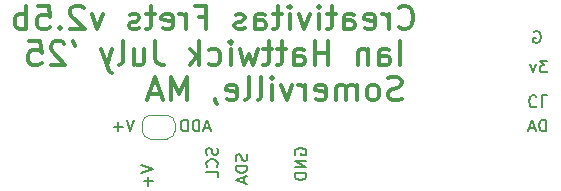
<source format=gbo>
G04 #@! TF.GenerationSoftware,KiCad,Pcbnew,8.0.7*
G04 #@! TF.CreationDate,2025-07-25T20:47:48-04:00*
G04 #@! TF.ProjectId,ESP32_MIDI_Summer25_FRETS_v2_5.kicad_pcb,45535033-325f-44d4-9944-495f53756d6d,rev?*
G04 #@! TF.SameCoordinates,Original*
G04 #@! TF.FileFunction,Legend,Bot*
G04 #@! TF.FilePolarity,Positive*
%FSLAX46Y46*%
G04 Gerber Fmt 4.6, Leading zero omitted, Abs format (unit mm)*
G04 Created by KiCad (PCBNEW 8.0.7) date 2025-07-25 20:47:48*
%MOMM*%
%LPD*%
G01*
G04 APERTURE LIST*
G04 Aperture macros list*
%AMFreePoly0*
4,1,19,0.500000,-0.750000,0.000000,-0.750000,0.000000,-0.744911,-0.071157,-0.744911,-0.207708,-0.704816,-0.327430,-0.627875,-0.420627,-0.520320,-0.479746,-0.390866,-0.500000,-0.250000,-0.500000,0.250000,-0.479746,0.390866,-0.420627,0.520320,-0.327430,0.627875,-0.207708,0.704816,-0.071157,0.744911,0.000000,0.744911,0.000000,0.750000,0.500000,0.750000,0.500000,-0.750000,0.500000,-0.750000,
$1*%
%AMFreePoly1*
4,1,19,0.000000,0.744911,0.071157,0.744911,0.207708,0.704816,0.327430,0.627875,0.420627,0.520320,0.479746,0.390866,0.500000,0.250000,0.500000,-0.250000,0.479746,-0.390866,0.420627,-0.520320,0.327430,-0.627875,0.207708,-0.704816,0.071157,-0.744911,0.000000,-0.744911,0.000000,-0.750000,-0.500000,-0.750000,-0.500000,0.750000,0.000000,0.750000,0.000000,0.744911,0.000000,0.744911,
$1*%
G04 Aperture macros list end*
%ADD10C,0.150000*%
%ADD11C,0.300000*%
%ADD12C,0.120000*%
%ADD13C,11.000000*%
%ADD14C,6.800000*%
%ADD15C,3.200000*%
%ADD16R,1.700000X1.700000*%
%ADD17O,1.700000X1.700000*%
%ADD18C,1.700000*%
%ADD19FreePoly0,0.000000*%
%ADD20FreePoly1,0.000000*%
%ADD21C,4.300000*%
G04 APERTURE END LIST*
D10*
X249306077Y-52369819D02*
X248972744Y-53369819D01*
X248972744Y-53369819D02*
X248639411Y-52369819D01*
X248306077Y-52988866D02*
X247544173Y-52988866D01*
X247925125Y-53369819D02*
X247925125Y-52607914D01*
X255710839Y-53084104D02*
X255234649Y-53084104D01*
X255806077Y-53369819D02*
X255472744Y-52369819D01*
X255472744Y-52369819D02*
X255139411Y-53369819D01*
X254806077Y-53369819D02*
X254806077Y-52369819D01*
X254806077Y-52369819D02*
X254567982Y-52369819D01*
X254567982Y-52369819D02*
X254425125Y-52417438D01*
X254425125Y-52417438D02*
X254329887Y-52512676D01*
X254329887Y-52512676D02*
X254282268Y-52607914D01*
X254282268Y-52607914D02*
X254234649Y-52798390D01*
X254234649Y-52798390D02*
X254234649Y-52941247D01*
X254234649Y-52941247D02*
X254282268Y-53131723D01*
X254282268Y-53131723D02*
X254329887Y-53226961D01*
X254329887Y-53226961D02*
X254425125Y-53322200D01*
X254425125Y-53322200D02*
X254567982Y-53369819D01*
X254567982Y-53369819D02*
X254806077Y-53369819D01*
X253806077Y-53369819D02*
X253806077Y-52369819D01*
X253806077Y-52369819D02*
X253567982Y-52369819D01*
X253567982Y-52369819D02*
X253425125Y-52417438D01*
X253425125Y-52417438D02*
X253329887Y-52512676D01*
X253329887Y-52512676D02*
X253282268Y-52607914D01*
X253282268Y-52607914D02*
X253234649Y-52798390D01*
X253234649Y-52798390D02*
X253234649Y-52941247D01*
X253234649Y-52941247D02*
X253282268Y-53131723D01*
X253282268Y-53131723D02*
X253329887Y-53226961D01*
X253329887Y-53226961D02*
X253425125Y-53322200D01*
X253425125Y-53322200D02*
X253567982Y-53369819D01*
X253567982Y-53369819D02*
X253806077Y-53369819D01*
X249869819Y-56193922D02*
X250869819Y-56527255D01*
X250869819Y-56527255D02*
X249869819Y-56860588D01*
X250488866Y-57193922D02*
X250488866Y-57955827D01*
X250869819Y-57574874D02*
X250107914Y-57574874D01*
X258822200Y-55289160D02*
X258869819Y-55432017D01*
X258869819Y-55432017D02*
X258869819Y-55670112D01*
X258869819Y-55670112D02*
X258822200Y-55765350D01*
X258822200Y-55765350D02*
X258774580Y-55812969D01*
X258774580Y-55812969D02*
X258679342Y-55860588D01*
X258679342Y-55860588D02*
X258584104Y-55860588D01*
X258584104Y-55860588D02*
X258488866Y-55812969D01*
X258488866Y-55812969D02*
X258441247Y-55765350D01*
X258441247Y-55765350D02*
X258393628Y-55670112D01*
X258393628Y-55670112D02*
X258346009Y-55479636D01*
X258346009Y-55479636D02*
X258298390Y-55384398D01*
X258298390Y-55384398D02*
X258250771Y-55336779D01*
X258250771Y-55336779D02*
X258155533Y-55289160D01*
X258155533Y-55289160D02*
X258060295Y-55289160D01*
X258060295Y-55289160D02*
X257965057Y-55336779D01*
X257965057Y-55336779D02*
X257917438Y-55384398D01*
X257917438Y-55384398D02*
X257869819Y-55479636D01*
X257869819Y-55479636D02*
X257869819Y-55717731D01*
X257869819Y-55717731D02*
X257917438Y-55860588D01*
X258869819Y-56289160D02*
X257869819Y-56289160D01*
X257869819Y-56289160D02*
X257869819Y-56527255D01*
X257869819Y-56527255D02*
X257917438Y-56670112D01*
X257917438Y-56670112D02*
X258012676Y-56765350D01*
X258012676Y-56765350D02*
X258107914Y-56812969D01*
X258107914Y-56812969D02*
X258298390Y-56860588D01*
X258298390Y-56860588D02*
X258441247Y-56860588D01*
X258441247Y-56860588D02*
X258631723Y-56812969D01*
X258631723Y-56812969D02*
X258726961Y-56765350D01*
X258726961Y-56765350D02*
X258822200Y-56670112D01*
X258822200Y-56670112D02*
X258869819Y-56527255D01*
X258869819Y-56527255D02*
X258869819Y-56289160D01*
X258584104Y-57241541D02*
X258584104Y-57717731D01*
X258869819Y-57146303D02*
X257869819Y-57479636D01*
X257869819Y-57479636D02*
X258869819Y-57812969D01*
X256322200Y-54789160D02*
X256369819Y-54932017D01*
X256369819Y-54932017D02*
X256369819Y-55170112D01*
X256369819Y-55170112D02*
X256322200Y-55265350D01*
X256322200Y-55265350D02*
X256274580Y-55312969D01*
X256274580Y-55312969D02*
X256179342Y-55360588D01*
X256179342Y-55360588D02*
X256084104Y-55360588D01*
X256084104Y-55360588D02*
X255988866Y-55312969D01*
X255988866Y-55312969D02*
X255941247Y-55265350D01*
X255941247Y-55265350D02*
X255893628Y-55170112D01*
X255893628Y-55170112D02*
X255846009Y-54979636D01*
X255846009Y-54979636D02*
X255798390Y-54884398D01*
X255798390Y-54884398D02*
X255750771Y-54836779D01*
X255750771Y-54836779D02*
X255655533Y-54789160D01*
X255655533Y-54789160D02*
X255560295Y-54789160D01*
X255560295Y-54789160D02*
X255465057Y-54836779D01*
X255465057Y-54836779D02*
X255417438Y-54884398D01*
X255417438Y-54884398D02*
X255369819Y-54979636D01*
X255369819Y-54979636D02*
X255369819Y-55217731D01*
X255369819Y-55217731D02*
X255417438Y-55360588D01*
X256274580Y-56360588D02*
X256322200Y-56312969D01*
X256322200Y-56312969D02*
X256369819Y-56170112D01*
X256369819Y-56170112D02*
X256369819Y-56074874D01*
X256369819Y-56074874D02*
X256322200Y-55932017D01*
X256322200Y-55932017D02*
X256226961Y-55836779D01*
X256226961Y-55836779D02*
X256131723Y-55789160D01*
X256131723Y-55789160D02*
X255941247Y-55741541D01*
X255941247Y-55741541D02*
X255798390Y-55741541D01*
X255798390Y-55741541D02*
X255607914Y-55789160D01*
X255607914Y-55789160D02*
X255512676Y-55836779D01*
X255512676Y-55836779D02*
X255417438Y-55932017D01*
X255417438Y-55932017D02*
X255369819Y-56074874D01*
X255369819Y-56074874D02*
X255369819Y-56170112D01*
X255369819Y-56170112D02*
X255417438Y-56312969D01*
X255417438Y-56312969D02*
X255465057Y-56360588D01*
X256369819Y-57265350D02*
X256369819Y-56789160D01*
X256369819Y-56789160D02*
X255369819Y-56789160D01*
X284258458Y-47369819D02*
X283639411Y-47369819D01*
X283639411Y-47369819D02*
X283972744Y-47750771D01*
X283972744Y-47750771D02*
X283829887Y-47750771D01*
X283829887Y-47750771D02*
X283734649Y-47798390D01*
X283734649Y-47798390D02*
X283687030Y-47846009D01*
X283687030Y-47846009D02*
X283639411Y-47941247D01*
X283639411Y-47941247D02*
X283639411Y-48179342D01*
X283639411Y-48179342D02*
X283687030Y-48274580D01*
X283687030Y-48274580D02*
X283734649Y-48322200D01*
X283734649Y-48322200D02*
X283829887Y-48369819D01*
X283829887Y-48369819D02*
X284115601Y-48369819D01*
X284115601Y-48369819D02*
X284210839Y-48322200D01*
X284210839Y-48322200D02*
X284258458Y-48274580D01*
X283306077Y-47703152D02*
X283067982Y-48369819D01*
X283067982Y-48369819D02*
X282829887Y-47703152D01*
D11*
X271826441Y-47739638D02*
X271826441Y-45739638D01*
X270016917Y-47739638D02*
X270016917Y-46692019D01*
X270016917Y-46692019D02*
X270112155Y-46501542D01*
X270112155Y-46501542D02*
X270302631Y-46406304D01*
X270302631Y-46406304D02*
X270683584Y-46406304D01*
X270683584Y-46406304D02*
X270874060Y-46501542D01*
X270016917Y-47644400D02*
X270207393Y-47739638D01*
X270207393Y-47739638D02*
X270683584Y-47739638D01*
X270683584Y-47739638D02*
X270874060Y-47644400D01*
X270874060Y-47644400D02*
X270969298Y-47453923D01*
X270969298Y-47453923D02*
X270969298Y-47263447D01*
X270969298Y-47263447D02*
X270874060Y-47072971D01*
X270874060Y-47072971D02*
X270683584Y-46977733D01*
X270683584Y-46977733D02*
X270207393Y-46977733D01*
X270207393Y-46977733D02*
X270016917Y-46882495D01*
X269064536Y-46406304D02*
X269064536Y-47739638D01*
X269064536Y-46596780D02*
X268969298Y-46501542D01*
X268969298Y-46501542D02*
X268778822Y-46406304D01*
X268778822Y-46406304D02*
X268493107Y-46406304D01*
X268493107Y-46406304D02*
X268302631Y-46501542D01*
X268302631Y-46501542D02*
X268207393Y-46692019D01*
X268207393Y-46692019D02*
X268207393Y-47739638D01*
X265731202Y-47739638D02*
X265731202Y-45739638D01*
X265731202Y-46692019D02*
X264588345Y-46692019D01*
X264588345Y-47739638D02*
X264588345Y-45739638D01*
X262778821Y-47739638D02*
X262778821Y-46692019D01*
X262778821Y-46692019D02*
X262874059Y-46501542D01*
X262874059Y-46501542D02*
X263064535Y-46406304D01*
X263064535Y-46406304D02*
X263445488Y-46406304D01*
X263445488Y-46406304D02*
X263635964Y-46501542D01*
X262778821Y-47644400D02*
X262969297Y-47739638D01*
X262969297Y-47739638D02*
X263445488Y-47739638D01*
X263445488Y-47739638D02*
X263635964Y-47644400D01*
X263635964Y-47644400D02*
X263731202Y-47453923D01*
X263731202Y-47453923D02*
X263731202Y-47263447D01*
X263731202Y-47263447D02*
X263635964Y-47072971D01*
X263635964Y-47072971D02*
X263445488Y-46977733D01*
X263445488Y-46977733D02*
X262969297Y-46977733D01*
X262969297Y-46977733D02*
X262778821Y-46882495D01*
X262112154Y-46406304D02*
X261350250Y-46406304D01*
X261826440Y-45739638D02*
X261826440Y-47453923D01*
X261826440Y-47453923D02*
X261731202Y-47644400D01*
X261731202Y-47644400D02*
X261540726Y-47739638D01*
X261540726Y-47739638D02*
X261350250Y-47739638D01*
X260969297Y-46406304D02*
X260207393Y-46406304D01*
X260683583Y-45739638D02*
X260683583Y-47453923D01*
X260683583Y-47453923D02*
X260588345Y-47644400D01*
X260588345Y-47644400D02*
X260397869Y-47739638D01*
X260397869Y-47739638D02*
X260207393Y-47739638D01*
X259731202Y-46406304D02*
X259350250Y-47739638D01*
X259350250Y-47739638D02*
X258969297Y-46787257D01*
X258969297Y-46787257D02*
X258588345Y-47739638D01*
X258588345Y-47739638D02*
X258207393Y-46406304D01*
X257445488Y-47739638D02*
X257445488Y-46406304D01*
X257445488Y-45739638D02*
X257540726Y-45834876D01*
X257540726Y-45834876D02*
X257445488Y-45930114D01*
X257445488Y-45930114D02*
X257350250Y-45834876D01*
X257350250Y-45834876D02*
X257445488Y-45739638D01*
X257445488Y-45739638D02*
X257445488Y-45930114D01*
X255635964Y-47644400D02*
X255826440Y-47739638D01*
X255826440Y-47739638D02*
X256207393Y-47739638D01*
X256207393Y-47739638D02*
X256397869Y-47644400D01*
X256397869Y-47644400D02*
X256493107Y-47549161D01*
X256493107Y-47549161D02*
X256588345Y-47358685D01*
X256588345Y-47358685D02*
X256588345Y-46787257D01*
X256588345Y-46787257D02*
X256493107Y-46596780D01*
X256493107Y-46596780D02*
X256397869Y-46501542D01*
X256397869Y-46501542D02*
X256207393Y-46406304D01*
X256207393Y-46406304D02*
X255826440Y-46406304D01*
X255826440Y-46406304D02*
X255635964Y-46501542D01*
X254778821Y-47739638D02*
X254778821Y-45739638D01*
X254588345Y-46977733D02*
X254016916Y-47739638D01*
X254016916Y-46406304D02*
X254778821Y-47168209D01*
X251064534Y-45739638D02*
X251064534Y-47168209D01*
X251064534Y-47168209D02*
X251159773Y-47453923D01*
X251159773Y-47453923D02*
X251350249Y-47644400D01*
X251350249Y-47644400D02*
X251635963Y-47739638D01*
X251635963Y-47739638D02*
X251826439Y-47739638D01*
X249255010Y-46406304D02*
X249255010Y-47739638D01*
X250112153Y-46406304D02*
X250112153Y-47453923D01*
X250112153Y-47453923D02*
X250016915Y-47644400D01*
X250016915Y-47644400D02*
X249826439Y-47739638D01*
X249826439Y-47739638D02*
X249540724Y-47739638D01*
X249540724Y-47739638D02*
X249350248Y-47644400D01*
X249350248Y-47644400D02*
X249255010Y-47549161D01*
X248016915Y-47739638D02*
X248207391Y-47644400D01*
X248207391Y-47644400D02*
X248302629Y-47453923D01*
X248302629Y-47453923D02*
X248302629Y-45739638D01*
X247445486Y-46406304D02*
X246969296Y-47739638D01*
X246493105Y-46406304D02*
X246969296Y-47739638D01*
X246969296Y-47739638D02*
X247159772Y-48215828D01*
X247159772Y-48215828D02*
X247255010Y-48311066D01*
X247255010Y-48311066D02*
X247445486Y-48406304D01*
X244112152Y-45739638D02*
X244302628Y-46120590D01*
X243350247Y-45930114D02*
X243255009Y-45834876D01*
X243255009Y-45834876D02*
X243064533Y-45739638D01*
X243064533Y-45739638D02*
X242588342Y-45739638D01*
X242588342Y-45739638D02*
X242397866Y-45834876D01*
X242397866Y-45834876D02*
X242302628Y-45930114D01*
X242302628Y-45930114D02*
X242207390Y-46120590D01*
X242207390Y-46120590D02*
X242207390Y-46311066D01*
X242207390Y-46311066D02*
X242302628Y-46596780D01*
X242302628Y-46596780D02*
X243445485Y-47739638D01*
X243445485Y-47739638D02*
X242207390Y-47739638D01*
X240397866Y-45739638D02*
X241350247Y-45739638D01*
X241350247Y-45739638D02*
X241445485Y-46692019D01*
X241445485Y-46692019D02*
X241350247Y-46596780D01*
X241350247Y-46596780D02*
X241159771Y-46501542D01*
X241159771Y-46501542D02*
X240683580Y-46501542D01*
X240683580Y-46501542D02*
X240493104Y-46596780D01*
X240493104Y-46596780D02*
X240397866Y-46692019D01*
X240397866Y-46692019D02*
X240302628Y-46882495D01*
X240302628Y-46882495D02*
X240302628Y-47358685D01*
X240302628Y-47358685D02*
X240397866Y-47549161D01*
X240397866Y-47549161D02*
X240493104Y-47644400D01*
X240493104Y-47644400D02*
X240683580Y-47739638D01*
X240683580Y-47739638D02*
X241159771Y-47739638D01*
X241159771Y-47739638D02*
X241350247Y-47644400D01*
X241350247Y-47644400D02*
X241445485Y-47549161D01*
X271921679Y-50644400D02*
X271635965Y-50739638D01*
X271635965Y-50739638D02*
X271159774Y-50739638D01*
X271159774Y-50739638D02*
X270969298Y-50644400D01*
X270969298Y-50644400D02*
X270874060Y-50549161D01*
X270874060Y-50549161D02*
X270778822Y-50358685D01*
X270778822Y-50358685D02*
X270778822Y-50168209D01*
X270778822Y-50168209D02*
X270874060Y-49977733D01*
X270874060Y-49977733D02*
X270969298Y-49882495D01*
X270969298Y-49882495D02*
X271159774Y-49787257D01*
X271159774Y-49787257D02*
X271540727Y-49692019D01*
X271540727Y-49692019D02*
X271731203Y-49596780D01*
X271731203Y-49596780D02*
X271826441Y-49501542D01*
X271826441Y-49501542D02*
X271921679Y-49311066D01*
X271921679Y-49311066D02*
X271921679Y-49120590D01*
X271921679Y-49120590D02*
X271826441Y-48930114D01*
X271826441Y-48930114D02*
X271731203Y-48834876D01*
X271731203Y-48834876D02*
X271540727Y-48739638D01*
X271540727Y-48739638D02*
X271064536Y-48739638D01*
X271064536Y-48739638D02*
X270778822Y-48834876D01*
X269635965Y-50739638D02*
X269826441Y-50644400D01*
X269826441Y-50644400D02*
X269921679Y-50549161D01*
X269921679Y-50549161D02*
X270016917Y-50358685D01*
X270016917Y-50358685D02*
X270016917Y-49787257D01*
X270016917Y-49787257D02*
X269921679Y-49596780D01*
X269921679Y-49596780D02*
X269826441Y-49501542D01*
X269826441Y-49501542D02*
X269635965Y-49406304D01*
X269635965Y-49406304D02*
X269350250Y-49406304D01*
X269350250Y-49406304D02*
X269159774Y-49501542D01*
X269159774Y-49501542D02*
X269064536Y-49596780D01*
X269064536Y-49596780D02*
X268969298Y-49787257D01*
X268969298Y-49787257D02*
X268969298Y-50358685D01*
X268969298Y-50358685D02*
X269064536Y-50549161D01*
X269064536Y-50549161D02*
X269159774Y-50644400D01*
X269159774Y-50644400D02*
X269350250Y-50739638D01*
X269350250Y-50739638D02*
X269635965Y-50739638D01*
X268112155Y-50739638D02*
X268112155Y-49406304D01*
X268112155Y-49596780D02*
X268016917Y-49501542D01*
X268016917Y-49501542D02*
X267826441Y-49406304D01*
X267826441Y-49406304D02*
X267540726Y-49406304D01*
X267540726Y-49406304D02*
X267350250Y-49501542D01*
X267350250Y-49501542D02*
X267255012Y-49692019D01*
X267255012Y-49692019D02*
X267255012Y-50739638D01*
X267255012Y-49692019D02*
X267159774Y-49501542D01*
X267159774Y-49501542D02*
X266969298Y-49406304D01*
X266969298Y-49406304D02*
X266683584Y-49406304D01*
X266683584Y-49406304D02*
X266493107Y-49501542D01*
X266493107Y-49501542D02*
X266397869Y-49692019D01*
X266397869Y-49692019D02*
X266397869Y-50739638D01*
X264683583Y-50644400D02*
X264874059Y-50739638D01*
X264874059Y-50739638D02*
X265255012Y-50739638D01*
X265255012Y-50739638D02*
X265445488Y-50644400D01*
X265445488Y-50644400D02*
X265540726Y-50453923D01*
X265540726Y-50453923D02*
X265540726Y-49692019D01*
X265540726Y-49692019D02*
X265445488Y-49501542D01*
X265445488Y-49501542D02*
X265255012Y-49406304D01*
X265255012Y-49406304D02*
X264874059Y-49406304D01*
X264874059Y-49406304D02*
X264683583Y-49501542D01*
X264683583Y-49501542D02*
X264588345Y-49692019D01*
X264588345Y-49692019D02*
X264588345Y-49882495D01*
X264588345Y-49882495D02*
X265540726Y-50072971D01*
X263731202Y-50739638D02*
X263731202Y-49406304D01*
X263731202Y-49787257D02*
X263635964Y-49596780D01*
X263635964Y-49596780D02*
X263540726Y-49501542D01*
X263540726Y-49501542D02*
X263350250Y-49406304D01*
X263350250Y-49406304D02*
X263159773Y-49406304D01*
X262683583Y-49406304D02*
X262207393Y-50739638D01*
X262207393Y-50739638D02*
X261731202Y-49406304D01*
X260969297Y-50739638D02*
X260969297Y-49406304D01*
X260969297Y-48739638D02*
X261064535Y-48834876D01*
X261064535Y-48834876D02*
X260969297Y-48930114D01*
X260969297Y-48930114D02*
X260874059Y-48834876D01*
X260874059Y-48834876D02*
X260969297Y-48739638D01*
X260969297Y-48739638D02*
X260969297Y-48930114D01*
X259731202Y-50739638D02*
X259921678Y-50644400D01*
X259921678Y-50644400D02*
X260016916Y-50453923D01*
X260016916Y-50453923D02*
X260016916Y-48739638D01*
X258683583Y-50739638D02*
X258874059Y-50644400D01*
X258874059Y-50644400D02*
X258969297Y-50453923D01*
X258969297Y-50453923D02*
X258969297Y-48739638D01*
X257159773Y-50644400D02*
X257350249Y-50739638D01*
X257350249Y-50739638D02*
X257731202Y-50739638D01*
X257731202Y-50739638D02*
X257921678Y-50644400D01*
X257921678Y-50644400D02*
X258016916Y-50453923D01*
X258016916Y-50453923D02*
X258016916Y-49692019D01*
X258016916Y-49692019D02*
X257921678Y-49501542D01*
X257921678Y-49501542D02*
X257731202Y-49406304D01*
X257731202Y-49406304D02*
X257350249Y-49406304D01*
X257350249Y-49406304D02*
X257159773Y-49501542D01*
X257159773Y-49501542D02*
X257064535Y-49692019D01*
X257064535Y-49692019D02*
X257064535Y-49882495D01*
X257064535Y-49882495D02*
X258016916Y-50072971D01*
X256112154Y-50644400D02*
X256112154Y-50739638D01*
X256112154Y-50739638D02*
X256207392Y-50930114D01*
X256207392Y-50930114D02*
X256302630Y-51025352D01*
X253731201Y-50739638D02*
X253731201Y-48739638D01*
X253731201Y-48739638D02*
X253064534Y-50168209D01*
X253064534Y-50168209D02*
X252397868Y-48739638D01*
X252397868Y-48739638D02*
X252397868Y-50739638D01*
X251540725Y-50168209D02*
X250588344Y-50168209D01*
X251731201Y-50739638D02*
X251064535Y-48739638D01*
X251064535Y-48739638D02*
X250397868Y-50739638D01*
D10*
X283139411Y-44917438D02*
X283234649Y-44869819D01*
X283234649Y-44869819D02*
X283377506Y-44869819D01*
X283377506Y-44869819D02*
X283520363Y-44917438D01*
X283520363Y-44917438D02*
X283615601Y-45012676D01*
X283615601Y-45012676D02*
X283663220Y-45107914D01*
X283663220Y-45107914D02*
X283710839Y-45298390D01*
X283710839Y-45298390D02*
X283710839Y-45441247D01*
X283710839Y-45441247D02*
X283663220Y-45631723D01*
X283663220Y-45631723D02*
X283615601Y-45726961D01*
X283615601Y-45726961D02*
X283520363Y-45822200D01*
X283520363Y-45822200D02*
X283377506Y-45869819D01*
X283377506Y-45869819D02*
X283282268Y-45869819D01*
X283282268Y-45869819D02*
X283139411Y-45822200D01*
X283139411Y-45822200D02*
X283091792Y-45774580D01*
X283091792Y-45774580D02*
X283091792Y-45441247D01*
X283091792Y-45441247D02*
X283282268Y-45441247D01*
X262917438Y-55360588D02*
X262869819Y-55265350D01*
X262869819Y-55265350D02*
X262869819Y-55122493D01*
X262869819Y-55122493D02*
X262917438Y-54979636D01*
X262917438Y-54979636D02*
X263012676Y-54884398D01*
X263012676Y-54884398D02*
X263107914Y-54836779D01*
X263107914Y-54836779D02*
X263298390Y-54789160D01*
X263298390Y-54789160D02*
X263441247Y-54789160D01*
X263441247Y-54789160D02*
X263631723Y-54836779D01*
X263631723Y-54836779D02*
X263726961Y-54884398D01*
X263726961Y-54884398D02*
X263822200Y-54979636D01*
X263822200Y-54979636D02*
X263869819Y-55122493D01*
X263869819Y-55122493D02*
X263869819Y-55217731D01*
X263869819Y-55217731D02*
X263822200Y-55360588D01*
X263822200Y-55360588D02*
X263774580Y-55408207D01*
X263774580Y-55408207D02*
X263441247Y-55408207D01*
X263441247Y-55408207D02*
X263441247Y-55217731D01*
X263869819Y-55836779D02*
X262869819Y-55836779D01*
X262869819Y-55836779D02*
X263869819Y-56408207D01*
X263869819Y-56408207D02*
X262869819Y-56408207D01*
X263869819Y-56884398D02*
X262869819Y-56884398D01*
X262869819Y-56884398D02*
X262869819Y-57122493D01*
X262869819Y-57122493D02*
X262917438Y-57265350D01*
X262917438Y-57265350D02*
X263012676Y-57360588D01*
X263012676Y-57360588D02*
X263107914Y-57408207D01*
X263107914Y-57408207D02*
X263298390Y-57455826D01*
X263298390Y-57455826D02*
X263441247Y-57455826D01*
X263441247Y-57455826D02*
X263631723Y-57408207D01*
X263631723Y-57408207D02*
X263726961Y-57360588D01*
X263726961Y-57360588D02*
X263822200Y-57265350D01*
X263822200Y-57265350D02*
X263869819Y-57122493D01*
X263869819Y-57122493D02*
X263869819Y-56884398D01*
D11*
X271683584Y-44549161D02*
X271778822Y-44644400D01*
X271778822Y-44644400D02*
X272064536Y-44739638D01*
X272064536Y-44739638D02*
X272255012Y-44739638D01*
X272255012Y-44739638D02*
X272540727Y-44644400D01*
X272540727Y-44644400D02*
X272731203Y-44453923D01*
X272731203Y-44453923D02*
X272826441Y-44263447D01*
X272826441Y-44263447D02*
X272921679Y-43882495D01*
X272921679Y-43882495D02*
X272921679Y-43596780D01*
X272921679Y-43596780D02*
X272826441Y-43215828D01*
X272826441Y-43215828D02*
X272731203Y-43025352D01*
X272731203Y-43025352D02*
X272540727Y-42834876D01*
X272540727Y-42834876D02*
X272255012Y-42739638D01*
X272255012Y-42739638D02*
X272064536Y-42739638D01*
X272064536Y-42739638D02*
X271778822Y-42834876D01*
X271778822Y-42834876D02*
X271683584Y-42930114D01*
X270826441Y-44739638D02*
X270826441Y-43406304D01*
X270826441Y-43787257D02*
X270731203Y-43596780D01*
X270731203Y-43596780D02*
X270635965Y-43501542D01*
X270635965Y-43501542D02*
X270445489Y-43406304D01*
X270445489Y-43406304D02*
X270255012Y-43406304D01*
X268826441Y-44644400D02*
X269016917Y-44739638D01*
X269016917Y-44739638D02*
X269397870Y-44739638D01*
X269397870Y-44739638D02*
X269588346Y-44644400D01*
X269588346Y-44644400D02*
X269683584Y-44453923D01*
X269683584Y-44453923D02*
X269683584Y-43692019D01*
X269683584Y-43692019D02*
X269588346Y-43501542D01*
X269588346Y-43501542D02*
X269397870Y-43406304D01*
X269397870Y-43406304D02*
X269016917Y-43406304D01*
X269016917Y-43406304D02*
X268826441Y-43501542D01*
X268826441Y-43501542D02*
X268731203Y-43692019D01*
X268731203Y-43692019D02*
X268731203Y-43882495D01*
X268731203Y-43882495D02*
X269683584Y-44072971D01*
X267016917Y-44739638D02*
X267016917Y-43692019D01*
X267016917Y-43692019D02*
X267112155Y-43501542D01*
X267112155Y-43501542D02*
X267302631Y-43406304D01*
X267302631Y-43406304D02*
X267683584Y-43406304D01*
X267683584Y-43406304D02*
X267874060Y-43501542D01*
X267016917Y-44644400D02*
X267207393Y-44739638D01*
X267207393Y-44739638D02*
X267683584Y-44739638D01*
X267683584Y-44739638D02*
X267874060Y-44644400D01*
X267874060Y-44644400D02*
X267969298Y-44453923D01*
X267969298Y-44453923D02*
X267969298Y-44263447D01*
X267969298Y-44263447D02*
X267874060Y-44072971D01*
X267874060Y-44072971D02*
X267683584Y-43977733D01*
X267683584Y-43977733D02*
X267207393Y-43977733D01*
X267207393Y-43977733D02*
X267016917Y-43882495D01*
X266350250Y-43406304D02*
X265588346Y-43406304D01*
X266064536Y-42739638D02*
X266064536Y-44453923D01*
X266064536Y-44453923D02*
X265969298Y-44644400D01*
X265969298Y-44644400D02*
X265778822Y-44739638D01*
X265778822Y-44739638D02*
X265588346Y-44739638D01*
X264921679Y-44739638D02*
X264921679Y-43406304D01*
X264921679Y-42739638D02*
X265016917Y-42834876D01*
X265016917Y-42834876D02*
X264921679Y-42930114D01*
X264921679Y-42930114D02*
X264826441Y-42834876D01*
X264826441Y-42834876D02*
X264921679Y-42739638D01*
X264921679Y-42739638D02*
X264921679Y-42930114D01*
X264159774Y-43406304D02*
X263683584Y-44739638D01*
X263683584Y-44739638D02*
X263207393Y-43406304D01*
X262445488Y-44739638D02*
X262445488Y-43406304D01*
X262445488Y-42739638D02*
X262540726Y-42834876D01*
X262540726Y-42834876D02*
X262445488Y-42930114D01*
X262445488Y-42930114D02*
X262350250Y-42834876D01*
X262350250Y-42834876D02*
X262445488Y-42739638D01*
X262445488Y-42739638D02*
X262445488Y-42930114D01*
X261778821Y-43406304D02*
X261016917Y-43406304D01*
X261493107Y-42739638D02*
X261493107Y-44453923D01*
X261493107Y-44453923D02*
X261397869Y-44644400D01*
X261397869Y-44644400D02*
X261207393Y-44739638D01*
X261207393Y-44739638D02*
X261016917Y-44739638D01*
X259493107Y-44739638D02*
X259493107Y-43692019D01*
X259493107Y-43692019D02*
X259588345Y-43501542D01*
X259588345Y-43501542D02*
X259778821Y-43406304D01*
X259778821Y-43406304D02*
X260159774Y-43406304D01*
X260159774Y-43406304D02*
X260350250Y-43501542D01*
X259493107Y-44644400D02*
X259683583Y-44739638D01*
X259683583Y-44739638D02*
X260159774Y-44739638D01*
X260159774Y-44739638D02*
X260350250Y-44644400D01*
X260350250Y-44644400D02*
X260445488Y-44453923D01*
X260445488Y-44453923D02*
X260445488Y-44263447D01*
X260445488Y-44263447D02*
X260350250Y-44072971D01*
X260350250Y-44072971D02*
X260159774Y-43977733D01*
X260159774Y-43977733D02*
X259683583Y-43977733D01*
X259683583Y-43977733D02*
X259493107Y-43882495D01*
X258635964Y-44644400D02*
X258445488Y-44739638D01*
X258445488Y-44739638D02*
X258064536Y-44739638D01*
X258064536Y-44739638D02*
X257874059Y-44644400D01*
X257874059Y-44644400D02*
X257778821Y-44453923D01*
X257778821Y-44453923D02*
X257778821Y-44358685D01*
X257778821Y-44358685D02*
X257874059Y-44168209D01*
X257874059Y-44168209D02*
X258064536Y-44072971D01*
X258064536Y-44072971D02*
X258350250Y-44072971D01*
X258350250Y-44072971D02*
X258540726Y-43977733D01*
X258540726Y-43977733D02*
X258635964Y-43787257D01*
X258635964Y-43787257D02*
X258635964Y-43692019D01*
X258635964Y-43692019D02*
X258540726Y-43501542D01*
X258540726Y-43501542D02*
X258350250Y-43406304D01*
X258350250Y-43406304D02*
X258064536Y-43406304D01*
X258064536Y-43406304D02*
X257874059Y-43501542D01*
X254731201Y-43692019D02*
X255397868Y-43692019D01*
X255397868Y-44739638D02*
X255397868Y-42739638D01*
X255397868Y-42739638D02*
X254445487Y-42739638D01*
X253683582Y-44739638D02*
X253683582Y-43406304D01*
X253683582Y-43787257D02*
X253588344Y-43596780D01*
X253588344Y-43596780D02*
X253493106Y-43501542D01*
X253493106Y-43501542D02*
X253302630Y-43406304D01*
X253302630Y-43406304D02*
X253112153Y-43406304D01*
X251683582Y-44644400D02*
X251874058Y-44739638D01*
X251874058Y-44739638D02*
X252255011Y-44739638D01*
X252255011Y-44739638D02*
X252445487Y-44644400D01*
X252445487Y-44644400D02*
X252540725Y-44453923D01*
X252540725Y-44453923D02*
X252540725Y-43692019D01*
X252540725Y-43692019D02*
X252445487Y-43501542D01*
X252445487Y-43501542D02*
X252255011Y-43406304D01*
X252255011Y-43406304D02*
X251874058Y-43406304D01*
X251874058Y-43406304D02*
X251683582Y-43501542D01*
X251683582Y-43501542D02*
X251588344Y-43692019D01*
X251588344Y-43692019D02*
X251588344Y-43882495D01*
X251588344Y-43882495D02*
X252540725Y-44072971D01*
X251016915Y-43406304D02*
X250255011Y-43406304D01*
X250731201Y-42739638D02*
X250731201Y-44453923D01*
X250731201Y-44453923D02*
X250635963Y-44644400D01*
X250635963Y-44644400D02*
X250445487Y-44739638D01*
X250445487Y-44739638D02*
X250255011Y-44739638D01*
X249683582Y-44644400D02*
X249493106Y-44739638D01*
X249493106Y-44739638D02*
X249112154Y-44739638D01*
X249112154Y-44739638D02*
X248921677Y-44644400D01*
X248921677Y-44644400D02*
X248826439Y-44453923D01*
X248826439Y-44453923D02*
X248826439Y-44358685D01*
X248826439Y-44358685D02*
X248921677Y-44168209D01*
X248921677Y-44168209D02*
X249112154Y-44072971D01*
X249112154Y-44072971D02*
X249397868Y-44072971D01*
X249397868Y-44072971D02*
X249588344Y-43977733D01*
X249588344Y-43977733D02*
X249683582Y-43787257D01*
X249683582Y-43787257D02*
X249683582Y-43692019D01*
X249683582Y-43692019D02*
X249588344Y-43501542D01*
X249588344Y-43501542D02*
X249397868Y-43406304D01*
X249397868Y-43406304D02*
X249112154Y-43406304D01*
X249112154Y-43406304D02*
X248921677Y-43501542D01*
X246635962Y-43406304D02*
X246159772Y-44739638D01*
X246159772Y-44739638D02*
X245683581Y-43406304D01*
X245016914Y-42930114D02*
X244921676Y-42834876D01*
X244921676Y-42834876D02*
X244731200Y-42739638D01*
X244731200Y-42739638D02*
X244255009Y-42739638D01*
X244255009Y-42739638D02*
X244064533Y-42834876D01*
X244064533Y-42834876D02*
X243969295Y-42930114D01*
X243969295Y-42930114D02*
X243874057Y-43120590D01*
X243874057Y-43120590D02*
X243874057Y-43311066D01*
X243874057Y-43311066D02*
X243969295Y-43596780D01*
X243969295Y-43596780D02*
X245112152Y-44739638D01*
X245112152Y-44739638D02*
X243874057Y-44739638D01*
X243016914Y-44549161D02*
X242921676Y-44644400D01*
X242921676Y-44644400D02*
X243016914Y-44739638D01*
X243016914Y-44739638D02*
X243112152Y-44644400D01*
X243112152Y-44644400D02*
X243016914Y-44549161D01*
X243016914Y-44549161D02*
X243016914Y-44739638D01*
X241112152Y-42739638D02*
X242064533Y-42739638D01*
X242064533Y-42739638D02*
X242159771Y-43692019D01*
X242159771Y-43692019D02*
X242064533Y-43596780D01*
X242064533Y-43596780D02*
X241874057Y-43501542D01*
X241874057Y-43501542D02*
X241397866Y-43501542D01*
X241397866Y-43501542D02*
X241207390Y-43596780D01*
X241207390Y-43596780D02*
X241112152Y-43692019D01*
X241112152Y-43692019D02*
X241016914Y-43882495D01*
X241016914Y-43882495D02*
X241016914Y-44358685D01*
X241016914Y-44358685D02*
X241112152Y-44549161D01*
X241112152Y-44549161D02*
X241207390Y-44644400D01*
X241207390Y-44644400D02*
X241397866Y-44739638D01*
X241397866Y-44739638D02*
X241874057Y-44739638D01*
X241874057Y-44739638D02*
X242064533Y-44644400D01*
X242064533Y-44644400D02*
X242159771Y-44549161D01*
X240159771Y-44739638D02*
X240159771Y-42739638D01*
X240159771Y-43501542D02*
X239969295Y-43406304D01*
X239969295Y-43406304D02*
X239588342Y-43406304D01*
X239588342Y-43406304D02*
X239397866Y-43501542D01*
X239397866Y-43501542D02*
X239302628Y-43596780D01*
X239302628Y-43596780D02*
X239207390Y-43787257D01*
X239207390Y-43787257D02*
X239207390Y-44358685D01*
X239207390Y-44358685D02*
X239302628Y-44549161D01*
X239302628Y-44549161D02*
X239397866Y-44644400D01*
X239397866Y-44644400D02*
X239588342Y-44739638D01*
X239588342Y-44739638D02*
X239969295Y-44739638D01*
X239969295Y-44739638D02*
X240159771Y-44644400D01*
D10*
X283348207Y-50425419D02*
X283300588Y-50377800D01*
X283300588Y-50377800D02*
X283157731Y-50330180D01*
X283157731Y-50330180D02*
X283062493Y-50330180D01*
X283062493Y-50330180D02*
X282919636Y-50377800D01*
X282919636Y-50377800D02*
X282824398Y-50473038D01*
X282824398Y-50473038D02*
X282776779Y-50568276D01*
X282776779Y-50568276D02*
X282729160Y-50758752D01*
X282729160Y-50758752D02*
X282729160Y-50901609D01*
X282729160Y-50901609D02*
X282776779Y-51092085D01*
X282776779Y-51092085D02*
X282824398Y-51187323D01*
X282824398Y-51187323D02*
X282919636Y-51282561D01*
X282919636Y-51282561D02*
X283062493Y-51330180D01*
X283062493Y-51330180D02*
X283157731Y-51330180D01*
X283157731Y-51330180D02*
X283300588Y-51282561D01*
X283300588Y-51282561D02*
X283348207Y-51234942D01*
X284252969Y-50330180D02*
X283776779Y-50330180D01*
X283776779Y-50330180D02*
X283776779Y-51330180D01*
X284163220Y-53369819D02*
X284163220Y-52369819D01*
X284163220Y-52369819D02*
X283925125Y-52369819D01*
X283925125Y-52369819D02*
X283782268Y-52417438D01*
X283782268Y-52417438D02*
X283687030Y-52512676D01*
X283687030Y-52512676D02*
X283639411Y-52607914D01*
X283639411Y-52607914D02*
X283591792Y-52798390D01*
X283591792Y-52798390D02*
X283591792Y-52941247D01*
X283591792Y-52941247D02*
X283639411Y-53131723D01*
X283639411Y-53131723D02*
X283687030Y-53226961D01*
X283687030Y-53226961D02*
X283782268Y-53322200D01*
X283782268Y-53322200D02*
X283925125Y-53369819D01*
X283925125Y-53369819D02*
X284163220Y-53369819D01*
X283210839Y-53084104D02*
X282734649Y-53084104D01*
X283306077Y-53369819D02*
X282972744Y-52369819D01*
X282972744Y-52369819D02*
X282639411Y-53369819D01*
D12*
X249950000Y-53300000D02*
X249950000Y-52700000D01*
X252050000Y-54000000D02*
X250650000Y-54000000D01*
X250650000Y-52000000D02*
X252050000Y-52000000D01*
X252750000Y-52700000D02*
X252750000Y-53300000D01*
X250650000Y-54000000D02*
G75*
G02*
X249950000Y-53300000I-1J699999D01*
G01*
X249950000Y-52700000D02*
G75*
G02*
X250650000Y-52000000I699999J1D01*
G01*
X252750000Y-53300000D02*
G75*
G02*
X252050000Y-54000000I-700000J0D01*
G01*
X252050000Y-52000000D02*
G75*
G02*
X252750000Y-52700000I0J-700000D01*
G01*
%LPC*%
D13*
X207500000Y-55000000D03*
D14*
X207500000Y-55000000D03*
D13*
X221500000Y-45000000D03*
D14*
X221500000Y-45000000D03*
D13*
X95500000Y-55000000D03*
D14*
X95500000Y-55000000D03*
D13*
X123500000Y-55000000D03*
D14*
X123500000Y-55000000D03*
D13*
X235500000Y-55500000D03*
D14*
X235500000Y-55500000D03*
D15*
X281000000Y-40000000D03*
D13*
X165500000Y-45000000D03*
D14*
X165500000Y-45000000D03*
D13*
X179500000Y-55000000D03*
D14*
X179500000Y-55000000D03*
D16*
X281000000Y-45500000D03*
D17*
X281000000Y-48040000D03*
X281000000Y-50580000D03*
X281000000Y-53120000D03*
D18*
X250650000Y-58890000D03*
X253190000Y-58890000D03*
X255730000Y-58890000D03*
X258270000Y-58890000D03*
X260810000Y-58890000D03*
X263350000Y-58890000D03*
X270970000Y-41110000D03*
X268430000Y-41110000D03*
X265890000Y-41110000D03*
X263350000Y-41110000D03*
X260810000Y-41110000D03*
X258270000Y-41110000D03*
X255730000Y-41110000D03*
X253190000Y-41110000D03*
X250650000Y-41110000D03*
X248110000Y-41110000D03*
X245570000Y-41110000D03*
X243030000Y-41110000D03*
D13*
X137500000Y-45000000D03*
D14*
X137500000Y-45000000D03*
D19*
X250700000Y-53000000D03*
D20*
X252000000Y-53000000D03*
D13*
X193500000Y-45000000D03*
D14*
X193500000Y-45000000D03*
D13*
X151500000Y-55000000D03*
D14*
X151500000Y-55000000D03*
D13*
X81500000Y-45000000D03*
D14*
X81500000Y-45000000D03*
D21*
X109000000Y-59000000D03*
D13*
X109500000Y-46000000D03*
D14*
X109500000Y-46000000D03*
D15*
X281000000Y-59000000D03*
D21*
X150500000Y-40000000D03*
%LPD*%
M02*

</source>
